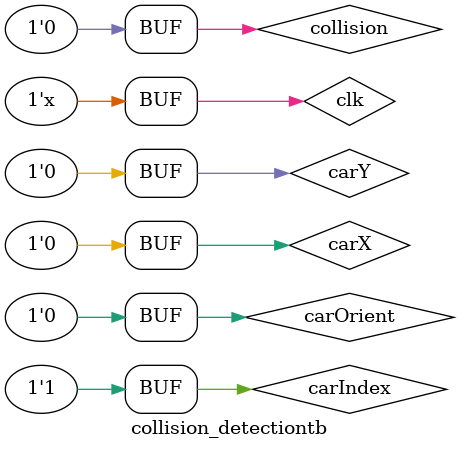
<source format=v>
`timescale 1ns / 1ps


module collision_detectiontb;

	// Inputs
	reg clk;
	reg carX;
	reg carY;
	reg carOrient;
	reg carIndex;
	reg collision;

	// Instantiate the Unit Under Test (UUT)
	collision_detection uut (
		.clk(clk), 
		.carX(carX), 
		.carY(carY), 
		.carOrient(carOrient), 
		.carIndex(carIndex), 
		.collision(collision)
	);

	initial begin
		// Initialize Inputs
		carX = 0;
		carY = 0;
		carOrient = 0;
		carIndex = 0;
		collision = 0;
		clk = 0;

		// Wait 100 ns for global reset to finish
		#100;
		carX = 10;
		carY = 10;
		carOrient = 1;
		carIndex = 0;
		
		#100
		carX = 10;
		carY = 20;
		carOrient = 0;
		carIndex = 1;
		// Add stimulus here

	end
   always #5 clk = ~clk;
	
endmodule


</source>
